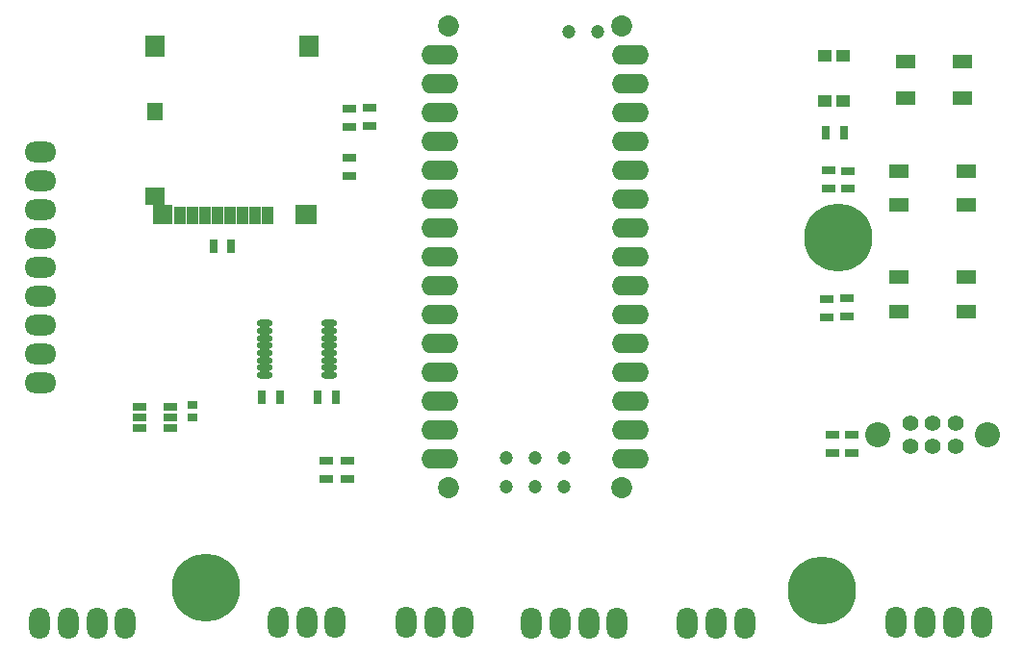
<source format=gts>
G04*
G04 #@! TF.GenerationSoftware,Altium Limited,Altium Designer,21.0.9 (235)*
G04*
G04 Layer_Color=8388736*
%FSLAX44Y44*%
%MOMM*%
G71*
G04*
G04 #@! TF.SameCoordinates,2588B0E2-F362-4AB3-B6B3-F61507E4C0EF*
G04*
G04*
G04 #@! TF.FilePolarity,Negative*
G04*
G01*
G75*
%ADD30R,1.7532X1.2032*%
%ADD31R,1.2032X0.7032*%
%ADD32R,0.8432X0.7032*%
%ADD33R,1.1532X0.8032*%
%ADD34R,0.8032X1.1532*%
%ADD35R,1.7032X1.5032*%
%ADD36R,1.7032X1.9032*%
%ADD37R,1.4032X1.6032*%
%ADD38R,1.9032X1.7032*%
%ADD39R,1.8032X1.7032*%
%ADD40R,1.0032X1.6032*%
%ADD41R,1.2032X1.1032*%
%ADD42R,1.7032X1.2032*%
%ADD43O,1.4032X0.6032*%
%ADD44C,2.2032*%
%ADD45C,1.4032*%
%ADD46C,1.2032*%
%ADD47C,1.8542*%
%ADD48O,3.2512X1.7272*%
%ADD49O,2.8032X1.8032*%
%ADD50O,1.8032X2.8032*%
%ADD51C,6.0000*%
D30*
X855658Y306339D02*
D03*
X796658D02*
D03*
Y336339D02*
D03*
X855658D02*
D03*
Y399560D02*
D03*
X796658D02*
D03*
Y429560D02*
D03*
X855658D02*
D03*
D31*
X129046Y203500D02*
D03*
Y213000D02*
D03*
Y222500D02*
D03*
X156046D02*
D03*
Y213000D02*
D03*
Y203500D02*
D03*
D32*
X175260Y223740D02*
D03*
Y213140D02*
D03*
D33*
X330962Y485520D02*
D03*
Y469520D02*
D03*
X313157Y484918D02*
D03*
Y468918D02*
D03*
Y441066D02*
D03*
Y425066D02*
D03*
X733484Y300950D02*
D03*
Y316950D02*
D03*
X751234Y317450D02*
D03*
Y301450D02*
D03*
X751490Y414017D02*
D03*
Y430017D02*
D03*
X734894Y430200D02*
D03*
Y414200D02*
D03*
X755250Y181778D02*
D03*
Y197778D02*
D03*
X738500Y181250D02*
D03*
Y197250D02*
D03*
X311500Y174750D02*
D03*
Y158750D02*
D03*
X293000Y175000D02*
D03*
Y159000D02*
D03*
D34*
X301493Y230548D02*
D03*
X285492D02*
D03*
X252243Y231056D02*
D03*
X236243D02*
D03*
X209510Y363250D02*
D03*
X193510D02*
D03*
X732750Y463250D02*
D03*
X748750D02*
D03*
D35*
X142546Y407802D02*
D03*
D36*
X277546Y539802D02*
D03*
X142546D02*
D03*
D37*
Y481802D02*
D03*
D38*
X275046Y391302D02*
D03*
D39*
X149046D02*
D03*
D40*
X241046Y390302D02*
D03*
X230046D02*
D03*
X219046D02*
D03*
X208046D02*
D03*
X197046D02*
D03*
X186046D02*
D03*
X175046D02*
D03*
X164046D02*
D03*
D41*
X747894Y531500D02*
D03*
Y491500D02*
D03*
X731894D02*
D03*
Y531500D02*
D03*
D42*
X852250Y525750D02*
D03*
Y493750D02*
D03*
X802250D02*
D03*
Y525750D02*
D03*
D43*
X238349Y295716D02*
D03*
Y289216D02*
D03*
Y282716D02*
D03*
Y276216D02*
D03*
Y269716D02*
D03*
Y263216D02*
D03*
Y256716D02*
D03*
Y250216D02*
D03*
X295348Y295716D02*
D03*
Y289216D02*
D03*
Y282716D02*
D03*
Y276216D02*
D03*
Y269716D02*
D03*
Y263216D02*
D03*
Y256716D02*
D03*
Y250216D02*
D03*
D44*
X874500Y197778D02*
D03*
X778500D02*
D03*
D45*
X846500Y207778D02*
D03*
X826500D02*
D03*
X806500D02*
D03*
X846500Y187778D02*
D03*
X826500D02*
D03*
X806500D02*
D03*
D46*
X476700Y177720D02*
D03*
X502100Y152320D02*
D03*
Y177720D02*
D03*
X476700Y152320D02*
D03*
X451300D02*
D03*
Y177720D02*
D03*
X505910Y552620D02*
D03*
X531310D02*
D03*
D47*
X552900Y151300D02*
D03*
X400500D02*
D03*
Y557700D02*
D03*
X552900D02*
D03*
D48*
X392880Y176700D02*
D03*
Y202100D02*
D03*
Y227500D02*
D03*
Y252900D02*
D03*
Y278300D02*
D03*
Y303700D02*
D03*
Y329100D02*
D03*
Y354500D02*
D03*
Y379900D02*
D03*
Y405300D02*
D03*
Y430700D02*
D03*
Y456100D02*
D03*
Y481500D02*
D03*
Y506900D02*
D03*
Y532300D02*
D03*
X560520Y176700D02*
D03*
D03*
Y202100D02*
D03*
Y227500D02*
D03*
Y252900D02*
D03*
Y278300D02*
D03*
Y303700D02*
D03*
Y329100D02*
D03*
Y354500D02*
D03*
Y379900D02*
D03*
Y405300D02*
D03*
Y430700D02*
D03*
Y456100D02*
D03*
Y481500D02*
D03*
Y506900D02*
D03*
Y532300D02*
D03*
D49*
X41402Y344678D02*
D03*
Y370078D02*
D03*
Y446278D02*
D03*
Y421278D02*
D03*
Y395478D02*
D03*
Y268478D02*
D03*
Y294278D02*
D03*
Y319278D02*
D03*
Y243078D02*
D03*
D50*
X844650Y32250D02*
D03*
X869650D02*
D03*
X819250D02*
D03*
X793850D02*
D03*
X40352Y32000D02*
D03*
X65752D02*
D03*
X116152D02*
D03*
X91152D02*
D03*
X300777Y32500D02*
D03*
X275777D02*
D03*
X250377D02*
D03*
X413250Y32250D02*
D03*
X388250D02*
D03*
X362850D02*
D03*
X523750Y31500D02*
D03*
X548750D02*
D03*
X498350D02*
D03*
X472950D02*
D03*
X610500Y31750D02*
D03*
X635900D02*
D03*
X660900D02*
D03*
D51*
X743750Y371000D02*
D03*
X729250Y60734D02*
D03*
X187500Y62984D02*
D03*
M02*

</source>
